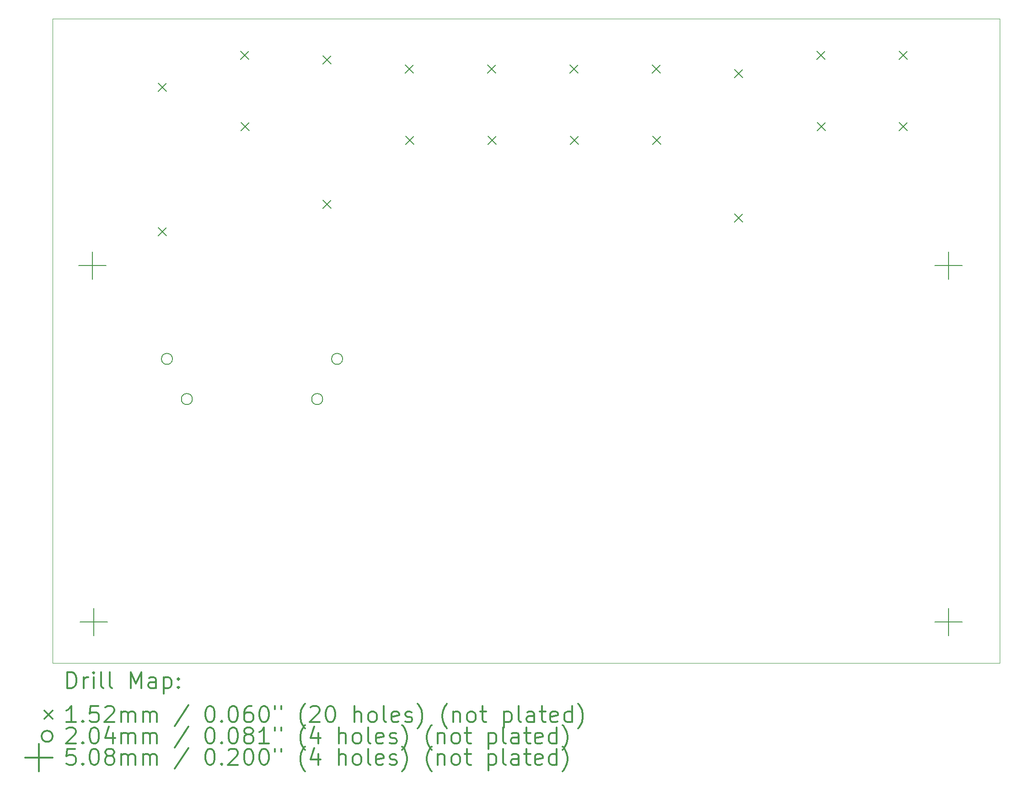
<source format=gbr>
%FSLAX45Y45*%
G04 Gerber Fmt 4.5, Leading zero omitted, Abs format (unit mm)*
G04 Created by KiCad (PCBNEW 4.0.4-stable) date 01/23/17 14:00:05*
%MOMM*%
%LPD*%
G01*
G04 APERTURE LIST*
%ADD10C,0.127000*%
%ADD11C,0.025400*%
%ADD12C,0.200000*%
%ADD13C,0.300000*%
G04 APERTURE END LIST*
D10*
D11*
X22112000Y-2310000D02*
X4578000Y-2310000D01*
X22112000Y-14248000D02*
X22112000Y-2310000D01*
X4578000Y-14248000D02*
X22112000Y-14248000D01*
X4578000Y-2310000D02*
X4578000Y-14248000D01*
D12*
X6533800Y-3503800D02*
X6686200Y-3656200D01*
X6686200Y-3503800D02*
X6533800Y-3656200D01*
X6533800Y-6183800D02*
X6686200Y-6336200D01*
X6686200Y-6183800D02*
X6533800Y-6336200D01*
X8057800Y-2913800D02*
X8210200Y-3066200D01*
X8210200Y-2913800D02*
X8057800Y-3066200D01*
X8060200Y-4233800D02*
X8212600Y-4386200D01*
X8212600Y-4233800D02*
X8060200Y-4386200D01*
X9581800Y-2995800D02*
X9734200Y-3148200D01*
X9734200Y-2995800D02*
X9581800Y-3148200D01*
X9581800Y-5675800D02*
X9734200Y-5828200D01*
X9734200Y-5675800D02*
X9581800Y-5828200D01*
X11105800Y-3167800D02*
X11258200Y-3320200D01*
X11258200Y-3167800D02*
X11105800Y-3320200D01*
X11108200Y-4487800D02*
X11260600Y-4640200D01*
X11260600Y-4487800D02*
X11108200Y-4640200D01*
X12629800Y-3167800D02*
X12782200Y-3320200D01*
X12782200Y-3167800D02*
X12629800Y-3320200D01*
X12632200Y-4487800D02*
X12784600Y-4640200D01*
X12784600Y-4487800D02*
X12632200Y-4640200D01*
X14153800Y-3167800D02*
X14306200Y-3320200D01*
X14306200Y-3167800D02*
X14153800Y-3320200D01*
X14156200Y-4487800D02*
X14308600Y-4640200D01*
X14308600Y-4487800D02*
X14156200Y-4640200D01*
X15677800Y-3167800D02*
X15830200Y-3320200D01*
X15830200Y-3167800D02*
X15677800Y-3320200D01*
X15680200Y-4487800D02*
X15832600Y-4640200D01*
X15832600Y-4487800D02*
X15680200Y-4640200D01*
X17201800Y-3249800D02*
X17354200Y-3402200D01*
X17354200Y-3249800D02*
X17201800Y-3402200D01*
X17201800Y-5929800D02*
X17354200Y-6082200D01*
X17354200Y-5929800D02*
X17201800Y-6082200D01*
X18725800Y-2913800D02*
X18878200Y-3066200D01*
X18878200Y-2913800D02*
X18725800Y-3066200D01*
X18728200Y-4233800D02*
X18880600Y-4386200D01*
X18880600Y-4233800D02*
X18728200Y-4386200D01*
X20247800Y-2913800D02*
X20400200Y-3066200D01*
X20400200Y-2913800D02*
X20247800Y-3066200D01*
X20250200Y-4233800D02*
X20402600Y-4386200D01*
X20402600Y-4233800D02*
X20250200Y-4386200D01*
X6795135Y-8613140D02*
G75*
G03X6795135Y-8613140I-102235J0D01*
G01*
X7163435Y-9357360D02*
G75*
G03X7163435Y-9357360I-102235J0D01*
G01*
X9576435Y-9357360D02*
G75*
G03X9576435Y-9357360I-102235J0D01*
G01*
X9944735Y-8613140D02*
G75*
G03X9944735Y-8613140I-102235J0D01*
G01*
X5308600Y-6629400D02*
X5308600Y-7137400D01*
X5054600Y-6883400D02*
X5562600Y-6883400D01*
X5334000Y-13233400D02*
X5334000Y-13741400D01*
X5080000Y-13487400D02*
X5588000Y-13487400D01*
X21159700Y-6629400D02*
X21159700Y-7137400D01*
X20905700Y-6883400D02*
X21413700Y-6883400D01*
X21159700Y-13233400D02*
X21159700Y-13741400D01*
X20905700Y-13487400D02*
X21413700Y-13487400D01*
D13*
X4848159Y-14714984D02*
X4848159Y-14414984D01*
X4919587Y-14414984D01*
X4962444Y-14429270D01*
X4991016Y-14457841D01*
X5005301Y-14486413D01*
X5019587Y-14543556D01*
X5019587Y-14586413D01*
X5005301Y-14643556D01*
X4991016Y-14672127D01*
X4962444Y-14700699D01*
X4919587Y-14714984D01*
X4848159Y-14714984D01*
X5148159Y-14714984D02*
X5148159Y-14514984D01*
X5148159Y-14572127D02*
X5162444Y-14543556D01*
X5176730Y-14529270D01*
X5205301Y-14514984D01*
X5233873Y-14514984D01*
X5333873Y-14714984D02*
X5333873Y-14514984D01*
X5333873Y-14414984D02*
X5319587Y-14429270D01*
X5333873Y-14443556D01*
X5348159Y-14429270D01*
X5333873Y-14414984D01*
X5333873Y-14443556D01*
X5519587Y-14714984D02*
X5491016Y-14700699D01*
X5476730Y-14672127D01*
X5476730Y-14414984D01*
X5676730Y-14714984D02*
X5648158Y-14700699D01*
X5633873Y-14672127D01*
X5633873Y-14414984D01*
X6019587Y-14714984D02*
X6019587Y-14414984D01*
X6119587Y-14629270D01*
X6219587Y-14414984D01*
X6219587Y-14714984D01*
X6491016Y-14714984D02*
X6491016Y-14557841D01*
X6476730Y-14529270D01*
X6448158Y-14514984D01*
X6391016Y-14514984D01*
X6362444Y-14529270D01*
X6491016Y-14700699D02*
X6462444Y-14714984D01*
X6391016Y-14714984D01*
X6362444Y-14700699D01*
X6348158Y-14672127D01*
X6348158Y-14643556D01*
X6362444Y-14614984D01*
X6391016Y-14600699D01*
X6462444Y-14600699D01*
X6491016Y-14586413D01*
X6633873Y-14514984D02*
X6633873Y-14814984D01*
X6633873Y-14529270D02*
X6662444Y-14514984D01*
X6719587Y-14514984D01*
X6748158Y-14529270D01*
X6762444Y-14543556D01*
X6776730Y-14572127D01*
X6776730Y-14657841D01*
X6762444Y-14686413D01*
X6748158Y-14700699D01*
X6719587Y-14714984D01*
X6662444Y-14714984D01*
X6633873Y-14700699D01*
X6905301Y-14686413D02*
X6919587Y-14700699D01*
X6905301Y-14714984D01*
X6891016Y-14700699D01*
X6905301Y-14686413D01*
X6905301Y-14714984D01*
X6905301Y-14529270D02*
X6919587Y-14543556D01*
X6905301Y-14557841D01*
X6891016Y-14543556D01*
X6905301Y-14529270D01*
X6905301Y-14557841D01*
X4424330Y-15133070D02*
X4576730Y-15285470D01*
X4576730Y-15133070D02*
X4424330Y-15285470D01*
X5005301Y-15344984D02*
X4833873Y-15344984D01*
X4919587Y-15344984D02*
X4919587Y-15044984D01*
X4891016Y-15087841D01*
X4862444Y-15116413D01*
X4833873Y-15130699D01*
X5133873Y-15316413D02*
X5148159Y-15330699D01*
X5133873Y-15344984D01*
X5119587Y-15330699D01*
X5133873Y-15316413D01*
X5133873Y-15344984D01*
X5419587Y-15044984D02*
X5276730Y-15044984D01*
X5262444Y-15187841D01*
X5276730Y-15173556D01*
X5305301Y-15159270D01*
X5376730Y-15159270D01*
X5405301Y-15173556D01*
X5419587Y-15187841D01*
X5433873Y-15216413D01*
X5433873Y-15287841D01*
X5419587Y-15316413D01*
X5405301Y-15330699D01*
X5376730Y-15344984D01*
X5305301Y-15344984D01*
X5276730Y-15330699D01*
X5262444Y-15316413D01*
X5548159Y-15073556D02*
X5562444Y-15059270D01*
X5591016Y-15044984D01*
X5662444Y-15044984D01*
X5691016Y-15059270D01*
X5705301Y-15073556D01*
X5719587Y-15102127D01*
X5719587Y-15130699D01*
X5705301Y-15173556D01*
X5533873Y-15344984D01*
X5719587Y-15344984D01*
X5848158Y-15344984D02*
X5848158Y-15144984D01*
X5848158Y-15173556D02*
X5862444Y-15159270D01*
X5891016Y-15144984D01*
X5933873Y-15144984D01*
X5962444Y-15159270D01*
X5976730Y-15187841D01*
X5976730Y-15344984D01*
X5976730Y-15187841D02*
X5991016Y-15159270D01*
X6019587Y-15144984D01*
X6062444Y-15144984D01*
X6091016Y-15159270D01*
X6105301Y-15187841D01*
X6105301Y-15344984D01*
X6248158Y-15344984D02*
X6248158Y-15144984D01*
X6248158Y-15173556D02*
X6262444Y-15159270D01*
X6291016Y-15144984D01*
X6333873Y-15144984D01*
X6362444Y-15159270D01*
X6376730Y-15187841D01*
X6376730Y-15344984D01*
X6376730Y-15187841D02*
X6391016Y-15159270D01*
X6419587Y-15144984D01*
X6462444Y-15144984D01*
X6491016Y-15159270D01*
X6505301Y-15187841D01*
X6505301Y-15344984D01*
X7091016Y-15030699D02*
X6833873Y-15416413D01*
X7476730Y-15044984D02*
X7505301Y-15044984D01*
X7533873Y-15059270D01*
X7548158Y-15073556D01*
X7562444Y-15102127D01*
X7576730Y-15159270D01*
X7576730Y-15230699D01*
X7562444Y-15287841D01*
X7548158Y-15316413D01*
X7533873Y-15330699D01*
X7505301Y-15344984D01*
X7476730Y-15344984D01*
X7448158Y-15330699D01*
X7433873Y-15316413D01*
X7419587Y-15287841D01*
X7405301Y-15230699D01*
X7405301Y-15159270D01*
X7419587Y-15102127D01*
X7433873Y-15073556D01*
X7448158Y-15059270D01*
X7476730Y-15044984D01*
X7705301Y-15316413D02*
X7719587Y-15330699D01*
X7705301Y-15344984D01*
X7691016Y-15330699D01*
X7705301Y-15316413D01*
X7705301Y-15344984D01*
X7905301Y-15044984D02*
X7933873Y-15044984D01*
X7962444Y-15059270D01*
X7976730Y-15073556D01*
X7991015Y-15102127D01*
X8005301Y-15159270D01*
X8005301Y-15230699D01*
X7991015Y-15287841D01*
X7976730Y-15316413D01*
X7962444Y-15330699D01*
X7933873Y-15344984D01*
X7905301Y-15344984D01*
X7876730Y-15330699D01*
X7862444Y-15316413D01*
X7848158Y-15287841D01*
X7833873Y-15230699D01*
X7833873Y-15159270D01*
X7848158Y-15102127D01*
X7862444Y-15073556D01*
X7876730Y-15059270D01*
X7905301Y-15044984D01*
X8262444Y-15044984D02*
X8205301Y-15044984D01*
X8176730Y-15059270D01*
X8162444Y-15073556D01*
X8133873Y-15116413D01*
X8119587Y-15173556D01*
X8119587Y-15287841D01*
X8133873Y-15316413D01*
X8148158Y-15330699D01*
X8176730Y-15344984D01*
X8233873Y-15344984D01*
X8262444Y-15330699D01*
X8276730Y-15316413D01*
X8291015Y-15287841D01*
X8291015Y-15216413D01*
X8276730Y-15187841D01*
X8262444Y-15173556D01*
X8233873Y-15159270D01*
X8176730Y-15159270D01*
X8148158Y-15173556D01*
X8133873Y-15187841D01*
X8119587Y-15216413D01*
X8476730Y-15044984D02*
X8505301Y-15044984D01*
X8533873Y-15059270D01*
X8548158Y-15073556D01*
X8562444Y-15102127D01*
X8576730Y-15159270D01*
X8576730Y-15230699D01*
X8562444Y-15287841D01*
X8548158Y-15316413D01*
X8533873Y-15330699D01*
X8505301Y-15344984D01*
X8476730Y-15344984D01*
X8448158Y-15330699D01*
X8433873Y-15316413D01*
X8419587Y-15287841D01*
X8405301Y-15230699D01*
X8405301Y-15159270D01*
X8419587Y-15102127D01*
X8433873Y-15073556D01*
X8448158Y-15059270D01*
X8476730Y-15044984D01*
X8691016Y-15044984D02*
X8691016Y-15102127D01*
X8805301Y-15044984D02*
X8805301Y-15102127D01*
X9248158Y-15459270D02*
X9233873Y-15444984D01*
X9205301Y-15402127D01*
X9191016Y-15373556D01*
X9176730Y-15330699D01*
X9162444Y-15259270D01*
X9162444Y-15202127D01*
X9176730Y-15130699D01*
X9191016Y-15087841D01*
X9205301Y-15059270D01*
X9233873Y-15016413D01*
X9248158Y-15002127D01*
X9348158Y-15073556D02*
X9362444Y-15059270D01*
X9391016Y-15044984D01*
X9462444Y-15044984D01*
X9491016Y-15059270D01*
X9505301Y-15073556D01*
X9519587Y-15102127D01*
X9519587Y-15130699D01*
X9505301Y-15173556D01*
X9333873Y-15344984D01*
X9519587Y-15344984D01*
X9705301Y-15044984D02*
X9733873Y-15044984D01*
X9762444Y-15059270D01*
X9776730Y-15073556D01*
X9791016Y-15102127D01*
X9805301Y-15159270D01*
X9805301Y-15230699D01*
X9791016Y-15287841D01*
X9776730Y-15316413D01*
X9762444Y-15330699D01*
X9733873Y-15344984D01*
X9705301Y-15344984D01*
X9676730Y-15330699D01*
X9662444Y-15316413D01*
X9648158Y-15287841D01*
X9633873Y-15230699D01*
X9633873Y-15159270D01*
X9648158Y-15102127D01*
X9662444Y-15073556D01*
X9676730Y-15059270D01*
X9705301Y-15044984D01*
X10162444Y-15344984D02*
X10162444Y-15044984D01*
X10291016Y-15344984D02*
X10291016Y-15187841D01*
X10276730Y-15159270D01*
X10248158Y-15144984D01*
X10205301Y-15144984D01*
X10176730Y-15159270D01*
X10162444Y-15173556D01*
X10476730Y-15344984D02*
X10448158Y-15330699D01*
X10433873Y-15316413D01*
X10419587Y-15287841D01*
X10419587Y-15202127D01*
X10433873Y-15173556D01*
X10448158Y-15159270D01*
X10476730Y-15144984D01*
X10519587Y-15144984D01*
X10548158Y-15159270D01*
X10562444Y-15173556D01*
X10576730Y-15202127D01*
X10576730Y-15287841D01*
X10562444Y-15316413D01*
X10548158Y-15330699D01*
X10519587Y-15344984D01*
X10476730Y-15344984D01*
X10748158Y-15344984D02*
X10719587Y-15330699D01*
X10705301Y-15302127D01*
X10705301Y-15044984D01*
X10976730Y-15330699D02*
X10948159Y-15344984D01*
X10891016Y-15344984D01*
X10862444Y-15330699D01*
X10848159Y-15302127D01*
X10848159Y-15187841D01*
X10862444Y-15159270D01*
X10891016Y-15144984D01*
X10948159Y-15144984D01*
X10976730Y-15159270D01*
X10991016Y-15187841D01*
X10991016Y-15216413D01*
X10848159Y-15244984D01*
X11105301Y-15330699D02*
X11133873Y-15344984D01*
X11191016Y-15344984D01*
X11219587Y-15330699D01*
X11233873Y-15302127D01*
X11233873Y-15287841D01*
X11219587Y-15259270D01*
X11191016Y-15244984D01*
X11148159Y-15244984D01*
X11119587Y-15230699D01*
X11105301Y-15202127D01*
X11105301Y-15187841D01*
X11119587Y-15159270D01*
X11148159Y-15144984D01*
X11191016Y-15144984D01*
X11219587Y-15159270D01*
X11333873Y-15459270D02*
X11348158Y-15444984D01*
X11376730Y-15402127D01*
X11391016Y-15373556D01*
X11405301Y-15330699D01*
X11419587Y-15259270D01*
X11419587Y-15202127D01*
X11405301Y-15130699D01*
X11391016Y-15087841D01*
X11376730Y-15059270D01*
X11348158Y-15016413D01*
X11333873Y-15002127D01*
X11876730Y-15459270D02*
X11862444Y-15444984D01*
X11833873Y-15402127D01*
X11819587Y-15373556D01*
X11805301Y-15330699D01*
X11791016Y-15259270D01*
X11791016Y-15202127D01*
X11805301Y-15130699D01*
X11819587Y-15087841D01*
X11833873Y-15059270D01*
X11862444Y-15016413D01*
X11876730Y-15002127D01*
X11991016Y-15144984D02*
X11991016Y-15344984D01*
X11991016Y-15173556D02*
X12005301Y-15159270D01*
X12033873Y-15144984D01*
X12076730Y-15144984D01*
X12105301Y-15159270D01*
X12119587Y-15187841D01*
X12119587Y-15344984D01*
X12305301Y-15344984D02*
X12276730Y-15330699D01*
X12262444Y-15316413D01*
X12248158Y-15287841D01*
X12248158Y-15202127D01*
X12262444Y-15173556D01*
X12276730Y-15159270D01*
X12305301Y-15144984D01*
X12348158Y-15144984D01*
X12376730Y-15159270D01*
X12391016Y-15173556D01*
X12405301Y-15202127D01*
X12405301Y-15287841D01*
X12391016Y-15316413D01*
X12376730Y-15330699D01*
X12348158Y-15344984D01*
X12305301Y-15344984D01*
X12491016Y-15144984D02*
X12605301Y-15144984D01*
X12533873Y-15044984D02*
X12533873Y-15302127D01*
X12548158Y-15330699D01*
X12576730Y-15344984D01*
X12605301Y-15344984D01*
X12933873Y-15144984D02*
X12933873Y-15444984D01*
X12933873Y-15159270D02*
X12962444Y-15144984D01*
X13019587Y-15144984D01*
X13048158Y-15159270D01*
X13062444Y-15173556D01*
X13076730Y-15202127D01*
X13076730Y-15287841D01*
X13062444Y-15316413D01*
X13048158Y-15330699D01*
X13019587Y-15344984D01*
X12962444Y-15344984D01*
X12933873Y-15330699D01*
X13248158Y-15344984D02*
X13219587Y-15330699D01*
X13205301Y-15302127D01*
X13205301Y-15044984D01*
X13491016Y-15344984D02*
X13491016Y-15187841D01*
X13476730Y-15159270D01*
X13448159Y-15144984D01*
X13391016Y-15144984D01*
X13362444Y-15159270D01*
X13491016Y-15330699D02*
X13462444Y-15344984D01*
X13391016Y-15344984D01*
X13362444Y-15330699D01*
X13348159Y-15302127D01*
X13348159Y-15273556D01*
X13362444Y-15244984D01*
X13391016Y-15230699D01*
X13462444Y-15230699D01*
X13491016Y-15216413D01*
X13591016Y-15144984D02*
X13705301Y-15144984D01*
X13633873Y-15044984D02*
X13633873Y-15302127D01*
X13648159Y-15330699D01*
X13676730Y-15344984D01*
X13705301Y-15344984D01*
X13919587Y-15330699D02*
X13891016Y-15344984D01*
X13833873Y-15344984D01*
X13805301Y-15330699D01*
X13791016Y-15302127D01*
X13791016Y-15187841D01*
X13805301Y-15159270D01*
X13833873Y-15144984D01*
X13891016Y-15144984D01*
X13919587Y-15159270D01*
X13933873Y-15187841D01*
X13933873Y-15216413D01*
X13791016Y-15244984D01*
X14191016Y-15344984D02*
X14191016Y-15044984D01*
X14191016Y-15330699D02*
X14162444Y-15344984D01*
X14105301Y-15344984D01*
X14076730Y-15330699D01*
X14062444Y-15316413D01*
X14048159Y-15287841D01*
X14048159Y-15202127D01*
X14062444Y-15173556D01*
X14076730Y-15159270D01*
X14105301Y-15144984D01*
X14162444Y-15144984D01*
X14191016Y-15159270D01*
X14305301Y-15459270D02*
X14319587Y-15444984D01*
X14348159Y-15402127D01*
X14362444Y-15373556D01*
X14376730Y-15330699D01*
X14391016Y-15259270D01*
X14391016Y-15202127D01*
X14376730Y-15130699D01*
X14362444Y-15087841D01*
X14348159Y-15059270D01*
X14319587Y-15016413D01*
X14305301Y-15002127D01*
X4576730Y-15605270D02*
G75*
G03X4576730Y-15605270I-102235J0D01*
G01*
X4833873Y-15469556D02*
X4848159Y-15455270D01*
X4876730Y-15440984D01*
X4948159Y-15440984D01*
X4976730Y-15455270D01*
X4991016Y-15469556D01*
X5005301Y-15498127D01*
X5005301Y-15526699D01*
X4991016Y-15569556D01*
X4819587Y-15740984D01*
X5005301Y-15740984D01*
X5133873Y-15712413D02*
X5148159Y-15726699D01*
X5133873Y-15740984D01*
X5119587Y-15726699D01*
X5133873Y-15712413D01*
X5133873Y-15740984D01*
X5333873Y-15440984D02*
X5362444Y-15440984D01*
X5391016Y-15455270D01*
X5405301Y-15469556D01*
X5419587Y-15498127D01*
X5433873Y-15555270D01*
X5433873Y-15626699D01*
X5419587Y-15683841D01*
X5405301Y-15712413D01*
X5391016Y-15726699D01*
X5362444Y-15740984D01*
X5333873Y-15740984D01*
X5305301Y-15726699D01*
X5291016Y-15712413D01*
X5276730Y-15683841D01*
X5262444Y-15626699D01*
X5262444Y-15555270D01*
X5276730Y-15498127D01*
X5291016Y-15469556D01*
X5305301Y-15455270D01*
X5333873Y-15440984D01*
X5691016Y-15540984D02*
X5691016Y-15740984D01*
X5619587Y-15426699D02*
X5548159Y-15640984D01*
X5733873Y-15640984D01*
X5848158Y-15740984D02*
X5848158Y-15540984D01*
X5848158Y-15569556D02*
X5862444Y-15555270D01*
X5891016Y-15540984D01*
X5933873Y-15540984D01*
X5962444Y-15555270D01*
X5976730Y-15583841D01*
X5976730Y-15740984D01*
X5976730Y-15583841D02*
X5991016Y-15555270D01*
X6019587Y-15540984D01*
X6062444Y-15540984D01*
X6091016Y-15555270D01*
X6105301Y-15583841D01*
X6105301Y-15740984D01*
X6248158Y-15740984D02*
X6248158Y-15540984D01*
X6248158Y-15569556D02*
X6262444Y-15555270D01*
X6291016Y-15540984D01*
X6333873Y-15540984D01*
X6362444Y-15555270D01*
X6376730Y-15583841D01*
X6376730Y-15740984D01*
X6376730Y-15583841D02*
X6391016Y-15555270D01*
X6419587Y-15540984D01*
X6462444Y-15540984D01*
X6491016Y-15555270D01*
X6505301Y-15583841D01*
X6505301Y-15740984D01*
X7091016Y-15426699D02*
X6833873Y-15812413D01*
X7476730Y-15440984D02*
X7505301Y-15440984D01*
X7533873Y-15455270D01*
X7548158Y-15469556D01*
X7562444Y-15498127D01*
X7576730Y-15555270D01*
X7576730Y-15626699D01*
X7562444Y-15683841D01*
X7548158Y-15712413D01*
X7533873Y-15726699D01*
X7505301Y-15740984D01*
X7476730Y-15740984D01*
X7448158Y-15726699D01*
X7433873Y-15712413D01*
X7419587Y-15683841D01*
X7405301Y-15626699D01*
X7405301Y-15555270D01*
X7419587Y-15498127D01*
X7433873Y-15469556D01*
X7448158Y-15455270D01*
X7476730Y-15440984D01*
X7705301Y-15712413D02*
X7719587Y-15726699D01*
X7705301Y-15740984D01*
X7691016Y-15726699D01*
X7705301Y-15712413D01*
X7705301Y-15740984D01*
X7905301Y-15440984D02*
X7933873Y-15440984D01*
X7962444Y-15455270D01*
X7976730Y-15469556D01*
X7991015Y-15498127D01*
X8005301Y-15555270D01*
X8005301Y-15626699D01*
X7991015Y-15683841D01*
X7976730Y-15712413D01*
X7962444Y-15726699D01*
X7933873Y-15740984D01*
X7905301Y-15740984D01*
X7876730Y-15726699D01*
X7862444Y-15712413D01*
X7848158Y-15683841D01*
X7833873Y-15626699D01*
X7833873Y-15555270D01*
X7848158Y-15498127D01*
X7862444Y-15469556D01*
X7876730Y-15455270D01*
X7905301Y-15440984D01*
X8176730Y-15569556D02*
X8148158Y-15555270D01*
X8133873Y-15540984D01*
X8119587Y-15512413D01*
X8119587Y-15498127D01*
X8133873Y-15469556D01*
X8148158Y-15455270D01*
X8176730Y-15440984D01*
X8233873Y-15440984D01*
X8262444Y-15455270D01*
X8276730Y-15469556D01*
X8291015Y-15498127D01*
X8291015Y-15512413D01*
X8276730Y-15540984D01*
X8262444Y-15555270D01*
X8233873Y-15569556D01*
X8176730Y-15569556D01*
X8148158Y-15583841D01*
X8133873Y-15598127D01*
X8119587Y-15626699D01*
X8119587Y-15683841D01*
X8133873Y-15712413D01*
X8148158Y-15726699D01*
X8176730Y-15740984D01*
X8233873Y-15740984D01*
X8262444Y-15726699D01*
X8276730Y-15712413D01*
X8291015Y-15683841D01*
X8291015Y-15626699D01*
X8276730Y-15598127D01*
X8262444Y-15583841D01*
X8233873Y-15569556D01*
X8576730Y-15740984D02*
X8405301Y-15740984D01*
X8491016Y-15740984D02*
X8491016Y-15440984D01*
X8462444Y-15483841D01*
X8433873Y-15512413D01*
X8405301Y-15526699D01*
X8691016Y-15440984D02*
X8691016Y-15498127D01*
X8805301Y-15440984D02*
X8805301Y-15498127D01*
X9248158Y-15855270D02*
X9233873Y-15840984D01*
X9205301Y-15798127D01*
X9191016Y-15769556D01*
X9176730Y-15726699D01*
X9162444Y-15655270D01*
X9162444Y-15598127D01*
X9176730Y-15526699D01*
X9191016Y-15483841D01*
X9205301Y-15455270D01*
X9233873Y-15412413D01*
X9248158Y-15398127D01*
X9491016Y-15540984D02*
X9491016Y-15740984D01*
X9419587Y-15426699D02*
X9348158Y-15640984D01*
X9533873Y-15640984D01*
X9876730Y-15740984D02*
X9876730Y-15440984D01*
X10005301Y-15740984D02*
X10005301Y-15583841D01*
X9991016Y-15555270D01*
X9962444Y-15540984D01*
X9919587Y-15540984D01*
X9891016Y-15555270D01*
X9876730Y-15569556D01*
X10191016Y-15740984D02*
X10162444Y-15726699D01*
X10148158Y-15712413D01*
X10133873Y-15683841D01*
X10133873Y-15598127D01*
X10148158Y-15569556D01*
X10162444Y-15555270D01*
X10191016Y-15540984D01*
X10233873Y-15540984D01*
X10262444Y-15555270D01*
X10276730Y-15569556D01*
X10291016Y-15598127D01*
X10291016Y-15683841D01*
X10276730Y-15712413D01*
X10262444Y-15726699D01*
X10233873Y-15740984D01*
X10191016Y-15740984D01*
X10462444Y-15740984D02*
X10433873Y-15726699D01*
X10419587Y-15698127D01*
X10419587Y-15440984D01*
X10691016Y-15726699D02*
X10662444Y-15740984D01*
X10605301Y-15740984D01*
X10576730Y-15726699D01*
X10562444Y-15698127D01*
X10562444Y-15583841D01*
X10576730Y-15555270D01*
X10605301Y-15540984D01*
X10662444Y-15540984D01*
X10691016Y-15555270D01*
X10705301Y-15583841D01*
X10705301Y-15612413D01*
X10562444Y-15640984D01*
X10819587Y-15726699D02*
X10848159Y-15740984D01*
X10905301Y-15740984D01*
X10933873Y-15726699D01*
X10948159Y-15698127D01*
X10948159Y-15683841D01*
X10933873Y-15655270D01*
X10905301Y-15640984D01*
X10862444Y-15640984D01*
X10833873Y-15626699D01*
X10819587Y-15598127D01*
X10819587Y-15583841D01*
X10833873Y-15555270D01*
X10862444Y-15540984D01*
X10905301Y-15540984D01*
X10933873Y-15555270D01*
X11048158Y-15855270D02*
X11062444Y-15840984D01*
X11091016Y-15798127D01*
X11105301Y-15769556D01*
X11119587Y-15726699D01*
X11133873Y-15655270D01*
X11133873Y-15598127D01*
X11119587Y-15526699D01*
X11105301Y-15483841D01*
X11091016Y-15455270D01*
X11062444Y-15412413D01*
X11048158Y-15398127D01*
X11591016Y-15855270D02*
X11576730Y-15840984D01*
X11548158Y-15798127D01*
X11533873Y-15769556D01*
X11519587Y-15726699D01*
X11505301Y-15655270D01*
X11505301Y-15598127D01*
X11519587Y-15526699D01*
X11533873Y-15483841D01*
X11548158Y-15455270D01*
X11576730Y-15412413D01*
X11591016Y-15398127D01*
X11705301Y-15540984D02*
X11705301Y-15740984D01*
X11705301Y-15569556D02*
X11719587Y-15555270D01*
X11748158Y-15540984D01*
X11791016Y-15540984D01*
X11819587Y-15555270D01*
X11833873Y-15583841D01*
X11833873Y-15740984D01*
X12019587Y-15740984D02*
X11991016Y-15726699D01*
X11976730Y-15712413D01*
X11962444Y-15683841D01*
X11962444Y-15598127D01*
X11976730Y-15569556D01*
X11991016Y-15555270D01*
X12019587Y-15540984D01*
X12062444Y-15540984D01*
X12091016Y-15555270D01*
X12105301Y-15569556D01*
X12119587Y-15598127D01*
X12119587Y-15683841D01*
X12105301Y-15712413D01*
X12091016Y-15726699D01*
X12062444Y-15740984D01*
X12019587Y-15740984D01*
X12205301Y-15540984D02*
X12319587Y-15540984D01*
X12248158Y-15440984D02*
X12248158Y-15698127D01*
X12262444Y-15726699D01*
X12291016Y-15740984D01*
X12319587Y-15740984D01*
X12648158Y-15540984D02*
X12648158Y-15840984D01*
X12648158Y-15555270D02*
X12676730Y-15540984D01*
X12733873Y-15540984D01*
X12762444Y-15555270D01*
X12776730Y-15569556D01*
X12791016Y-15598127D01*
X12791016Y-15683841D01*
X12776730Y-15712413D01*
X12762444Y-15726699D01*
X12733873Y-15740984D01*
X12676730Y-15740984D01*
X12648158Y-15726699D01*
X12962444Y-15740984D02*
X12933873Y-15726699D01*
X12919587Y-15698127D01*
X12919587Y-15440984D01*
X13205301Y-15740984D02*
X13205301Y-15583841D01*
X13191016Y-15555270D01*
X13162444Y-15540984D01*
X13105301Y-15540984D01*
X13076730Y-15555270D01*
X13205301Y-15726699D02*
X13176730Y-15740984D01*
X13105301Y-15740984D01*
X13076730Y-15726699D01*
X13062444Y-15698127D01*
X13062444Y-15669556D01*
X13076730Y-15640984D01*
X13105301Y-15626699D01*
X13176730Y-15626699D01*
X13205301Y-15612413D01*
X13305301Y-15540984D02*
X13419587Y-15540984D01*
X13348159Y-15440984D02*
X13348159Y-15698127D01*
X13362444Y-15726699D01*
X13391016Y-15740984D01*
X13419587Y-15740984D01*
X13633873Y-15726699D02*
X13605301Y-15740984D01*
X13548159Y-15740984D01*
X13519587Y-15726699D01*
X13505301Y-15698127D01*
X13505301Y-15583841D01*
X13519587Y-15555270D01*
X13548159Y-15540984D01*
X13605301Y-15540984D01*
X13633873Y-15555270D01*
X13648159Y-15583841D01*
X13648159Y-15612413D01*
X13505301Y-15640984D01*
X13905301Y-15740984D02*
X13905301Y-15440984D01*
X13905301Y-15726699D02*
X13876730Y-15740984D01*
X13819587Y-15740984D01*
X13791016Y-15726699D01*
X13776730Y-15712413D01*
X13762444Y-15683841D01*
X13762444Y-15598127D01*
X13776730Y-15569556D01*
X13791016Y-15555270D01*
X13819587Y-15540984D01*
X13876730Y-15540984D01*
X13905301Y-15555270D01*
X14019587Y-15855270D02*
X14033873Y-15840984D01*
X14062444Y-15798127D01*
X14076730Y-15769556D01*
X14091016Y-15726699D01*
X14105301Y-15655270D01*
X14105301Y-15598127D01*
X14091016Y-15526699D01*
X14076730Y-15483841D01*
X14062444Y-15455270D01*
X14033873Y-15412413D01*
X14019587Y-15398127D01*
X4322730Y-15747270D02*
X4322730Y-16255270D01*
X4068730Y-16001270D02*
X4576730Y-16001270D01*
X4991016Y-15836984D02*
X4848159Y-15836984D01*
X4833873Y-15979841D01*
X4848159Y-15965556D01*
X4876730Y-15951270D01*
X4948159Y-15951270D01*
X4976730Y-15965556D01*
X4991016Y-15979841D01*
X5005301Y-16008413D01*
X5005301Y-16079841D01*
X4991016Y-16108413D01*
X4976730Y-16122699D01*
X4948159Y-16136984D01*
X4876730Y-16136984D01*
X4848159Y-16122699D01*
X4833873Y-16108413D01*
X5133873Y-16108413D02*
X5148159Y-16122699D01*
X5133873Y-16136984D01*
X5119587Y-16122699D01*
X5133873Y-16108413D01*
X5133873Y-16136984D01*
X5333873Y-15836984D02*
X5362444Y-15836984D01*
X5391016Y-15851270D01*
X5405301Y-15865556D01*
X5419587Y-15894127D01*
X5433873Y-15951270D01*
X5433873Y-16022699D01*
X5419587Y-16079841D01*
X5405301Y-16108413D01*
X5391016Y-16122699D01*
X5362444Y-16136984D01*
X5333873Y-16136984D01*
X5305301Y-16122699D01*
X5291016Y-16108413D01*
X5276730Y-16079841D01*
X5262444Y-16022699D01*
X5262444Y-15951270D01*
X5276730Y-15894127D01*
X5291016Y-15865556D01*
X5305301Y-15851270D01*
X5333873Y-15836984D01*
X5605301Y-15965556D02*
X5576730Y-15951270D01*
X5562444Y-15936984D01*
X5548159Y-15908413D01*
X5548159Y-15894127D01*
X5562444Y-15865556D01*
X5576730Y-15851270D01*
X5605301Y-15836984D01*
X5662444Y-15836984D01*
X5691016Y-15851270D01*
X5705301Y-15865556D01*
X5719587Y-15894127D01*
X5719587Y-15908413D01*
X5705301Y-15936984D01*
X5691016Y-15951270D01*
X5662444Y-15965556D01*
X5605301Y-15965556D01*
X5576730Y-15979841D01*
X5562444Y-15994127D01*
X5548159Y-16022699D01*
X5548159Y-16079841D01*
X5562444Y-16108413D01*
X5576730Y-16122699D01*
X5605301Y-16136984D01*
X5662444Y-16136984D01*
X5691016Y-16122699D01*
X5705301Y-16108413D01*
X5719587Y-16079841D01*
X5719587Y-16022699D01*
X5705301Y-15994127D01*
X5691016Y-15979841D01*
X5662444Y-15965556D01*
X5848158Y-16136984D02*
X5848158Y-15936984D01*
X5848158Y-15965556D02*
X5862444Y-15951270D01*
X5891016Y-15936984D01*
X5933873Y-15936984D01*
X5962444Y-15951270D01*
X5976730Y-15979841D01*
X5976730Y-16136984D01*
X5976730Y-15979841D02*
X5991016Y-15951270D01*
X6019587Y-15936984D01*
X6062444Y-15936984D01*
X6091016Y-15951270D01*
X6105301Y-15979841D01*
X6105301Y-16136984D01*
X6248158Y-16136984D02*
X6248158Y-15936984D01*
X6248158Y-15965556D02*
X6262444Y-15951270D01*
X6291016Y-15936984D01*
X6333873Y-15936984D01*
X6362444Y-15951270D01*
X6376730Y-15979841D01*
X6376730Y-16136984D01*
X6376730Y-15979841D02*
X6391016Y-15951270D01*
X6419587Y-15936984D01*
X6462444Y-15936984D01*
X6491016Y-15951270D01*
X6505301Y-15979841D01*
X6505301Y-16136984D01*
X7091016Y-15822699D02*
X6833873Y-16208413D01*
X7476730Y-15836984D02*
X7505301Y-15836984D01*
X7533873Y-15851270D01*
X7548158Y-15865556D01*
X7562444Y-15894127D01*
X7576730Y-15951270D01*
X7576730Y-16022699D01*
X7562444Y-16079841D01*
X7548158Y-16108413D01*
X7533873Y-16122699D01*
X7505301Y-16136984D01*
X7476730Y-16136984D01*
X7448158Y-16122699D01*
X7433873Y-16108413D01*
X7419587Y-16079841D01*
X7405301Y-16022699D01*
X7405301Y-15951270D01*
X7419587Y-15894127D01*
X7433873Y-15865556D01*
X7448158Y-15851270D01*
X7476730Y-15836984D01*
X7705301Y-16108413D02*
X7719587Y-16122699D01*
X7705301Y-16136984D01*
X7691016Y-16122699D01*
X7705301Y-16108413D01*
X7705301Y-16136984D01*
X7833873Y-15865556D02*
X7848158Y-15851270D01*
X7876730Y-15836984D01*
X7948158Y-15836984D01*
X7976730Y-15851270D01*
X7991015Y-15865556D01*
X8005301Y-15894127D01*
X8005301Y-15922699D01*
X7991015Y-15965556D01*
X7819587Y-16136984D01*
X8005301Y-16136984D01*
X8191015Y-15836984D02*
X8219587Y-15836984D01*
X8248158Y-15851270D01*
X8262444Y-15865556D01*
X8276730Y-15894127D01*
X8291015Y-15951270D01*
X8291015Y-16022699D01*
X8276730Y-16079841D01*
X8262444Y-16108413D01*
X8248158Y-16122699D01*
X8219587Y-16136984D01*
X8191015Y-16136984D01*
X8162444Y-16122699D01*
X8148158Y-16108413D01*
X8133873Y-16079841D01*
X8119587Y-16022699D01*
X8119587Y-15951270D01*
X8133873Y-15894127D01*
X8148158Y-15865556D01*
X8162444Y-15851270D01*
X8191015Y-15836984D01*
X8476730Y-15836984D02*
X8505301Y-15836984D01*
X8533873Y-15851270D01*
X8548158Y-15865556D01*
X8562444Y-15894127D01*
X8576730Y-15951270D01*
X8576730Y-16022699D01*
X8562444Y-16079841D01*
X8548158Y-16108413D01*
X8533873Y-16122699D01*
X8505301Y-16136984D01*
X8476730Y-16136984D01*
X8448158Y-16122699D01*
X8433873Y-16108413D01*
X8419587Y-16079841D01*
X8405301Y-16022699D01*
X8405301Y-15951270D01*
X8419587Y-15894127D01*
X8433873Y-15865556D01*
X8448158Y-15851270D01*
X8476730Y-15836984D01*
X8691016Y-15836984D02*
X8691016Y-15894127D01*
X8805301Y-15836984D02*
X8805301Y-15894127D01*
X9248158Y-16251270D02*
X9233873Y-16236984D01*
X9205301Y-16194127D01*
X9191016Y-16165556D01*
X9176730Y-16122699D01*
X9162444Y-16051270D01*
X9162444Y-15994127D01*
X9176730Y-15922699D01*
X9191016Y-15879841D01*
X9205301Y-15851270D01*
X9233873Y-15808413D01*
X9248158Y-15794127D01*
X9491016Y-15936984D02*
X9491016Y-16136984D01*
X9419587Y-15822699D02*
X9348158Y-16036984D01*
X9533873Y-16036984D01*
X9876730Y-16136984D02*
X9876730Y-15836984D01*
X10005301Y-16136984D02*
X10005301Y-15979841D01*
X9991016Y-15951270D01*
X9962444Y-15936984D01*
X9919587Y-15936984D01*
X9891016Y-15951270D01*
X9876730Y-15965556D01*
X10191016Y-16136984D02*
X10162444Y-16122699D01*
X10148158Y-16108413D01*
X10133873Y-16079841D01*
X10133873Y-15994127D01*
X10148158Y-15965556D01*
X10162444Y-15951270D01*
X10191016Y-15936984D01*
X10233873Y-15936984D01*
X10262444Y-15951270D01*
X10276730Y-15965556D01*
X10291016Y-15994127D01*
X10291016Y-16079841D01*
X10276730Y-16108413D01*
X10262444Y-16122699D01*
X10233873Y-16136984D01*
X10191016Y-16136984D01*
X10462444Y-16136984D02*
X10433873Y-16122699D01*
X10419587Y-16094127D01*
X10419587Y-15836984D01*
X10691016Y-16122699D02*
X10662444Y-16136984D01*
X10605301Y-16136984D01*
X10576730Y-16122699D01*
X10562444Y-16094127D01*
X10562444Y-15979841D01*
X10576730Y-15951270D01*
X10605301Y-15936984D01*
X10662444Y-15936984D01*
X10691016Y-15951270D01*
X10705301Y-15979841D01*
X10705301Y-16008413D01*
X10562444Y-16036984D01*
X10819587Y-16122699D02*
X10848159Y-16136984D01*
X10905301Y-16136984D01*
X10933873Y-16122699D01*
X10948159Y-16094127D01*
X10948159Y-16079841D01*
X10933873Y-16051270D01*
X10905301Y-16036984D01*
X10862444Y-16036984D01*
X10833873Y-16022699D01*
X10819587Y-15994127D01*
X10819587Y-15979841D01*
X10833873Y-15951270D01*
X10862444Y-15936984D01*
X10905301Y-15936984D01*
X10933873Y-15951270D01*
X11048158Y-16251270D02*
X11062444Y-16236984D01*
X11091016Y-16194127D01*
X11105301Y-16165556D01*
X11119587Y-16122699D01*
X11133873Y-16051270D01*
X11133873Y-15994127D01*
X11119587Y-15922699D01*
X11105301Y-15879841D01*
X11091016Y-15851270D01*
X11062444Y-15808413D01*
X11048158Y-15794127D01*
X11591016Y-16251270D02*
X11576730Y-16236984D01*
X11548158Y-16194127D01*
X11533873Y-16165556D01*
X11519587Y-16122699D01*
X11505301Y-16051270D01*
X11505301Y-15994127D01*
X11519587Y-15922699D01*
X11533873Y-15879841D01*
X11548158Y-15851270D01*
X11576730Y-15808413D01*
X11591016Y-15794127D01*
X11705301Y-15936984D02*
X11705301Y-16136984D01*
X11705301Y-15965556D02*
X11719587Y-15951270D01*
X11748158Y-15936984D01*
X11791016Y-15936984D01*
X11819587Y-15951270D01*
X11833873Y-15979841D01*
X11833873Y-16136984D01*
X12019587Y-16136984D02*
X11991016Y-16122699D01*
X11976730Y-16108413D01*
X11962444Y-16079841D01*
X11962444Y-15994127D01*
X11976730Y-15965556D01*
X11991016Y-15951270D01*
X12019587Y-15936984D01*
X12062444Y-15936984D01*
X12091016Y-15951270D01*
X12105301Y-15965556D01*
X12119587Y-15994127D01*
X12119587Y-16079841D01*
X12105301Y-16108413D01*
X12091016Y-16122699D01*
X12062444Y-16136984D01*
X12019587Y-16136984D01*
X12205301Y-15936984D02*
X12319587Y-15936984D01*
X12248158Y-15836984D02*
X12248158Y-16094127D01*
X12262444Y-16122699D01*
X12291016Y-16136984D01*
X12319587Y-16136984D01*
X12648158Y-15936984D02*
X12648158Y-16236984D01*
X12648158Y-15951270D02*
X12676730Y-15936984D01*
X12733873Y-15936984D01*
X12762444Y-15951270D01*
X12776730Y-15965556D01*
X12791016Y-15994127D01*
X12791016Y-16079841D01*
X12776730Y-16108413D01*
X12762444Y-16122699D01*
X12733873Y-16136984D01*
X12676730Y-16136984D01*
X12648158Y-16122699D01*
X12962444Y-16136984D02*
X12933873Y-16122699D01*
X12919587Y-16094127D01*
X12919587Y-15836984D01*
X13205301Y-16136984D02*
X13205301Y-15979841D01*
X13191016Y-15951270D01*
X13162444Y-15936984D01*
X13105301Y-15936984D01*
X13076730Y-15951270D01*
X13205301Y-16122699D02*
X13176730Y-16136984D01*
X13105301Y-16136984D01*
X13076730Y-16122699D01*
X13062444Y-16094127D01*
X13062444Y-16065556D01*
X13076730Y-16036984D01*
X13105301Y-16022699D01*
X13176730Y-16022699D01*
X13205301Y-16008413D01*
X13305301Y-15936984D02*
X13419587Y-15936984D01*
X13348159Y-15836984D02*
X13348159Y-16094127D01*
X13362444Y-16122699D01*
X13391016Y-16136984D01*
X13419587Y-16136984D01*
X13633873Y-16122699D02*
X13605301Y-16136984D01*
X13548159Y-16136984D01*
X13519587Y-16122699D01*
X13505301Y-16094127D01*
X13505301Y-15979841D01*
X13519587Y-15951270D01*
X13548159Y-15936984D01*
X13605301Y-15936984D01*
X13633873Y-15951270D01*
X13648159Y-15979841D01*
X13648159Y-16008413D01*
X13505301Y-16036984D01*
X13905301Y-16136984D02*
X13905301Y-15836984D01*
X13905301Y-16122699D02*
X13876730Y-16136984D01*
X13819587Y-16136984D01*
X13791016Y-16122699D01*
X13776730Y-16108413D01*
X13762444Y-16079841D01*
X13762444Y-15994127D01*
X13776730Y-15965556D01*
X13791016Y-15951270D01*
X13819587Y-15936984D01*
X13876730Y-15936984D01*
X13905301Y-15951270D01*
X14019587Y-16251270D02*
X14033873Y-16236984D01*
X14062444Y-16194127D01*
X14076730Y-16165556D01*
X14091016Y-16122699D01*
X14105301Y-16051270D01*
X14105301Y-15994127D01*
X14091016Y-15922699D01*
X14076730Y-15879841D01*
X14062444Y-15851270D01*
X14033873Y-15808413D01*
X14019587Y-15794127D01*
M02*

</source>
